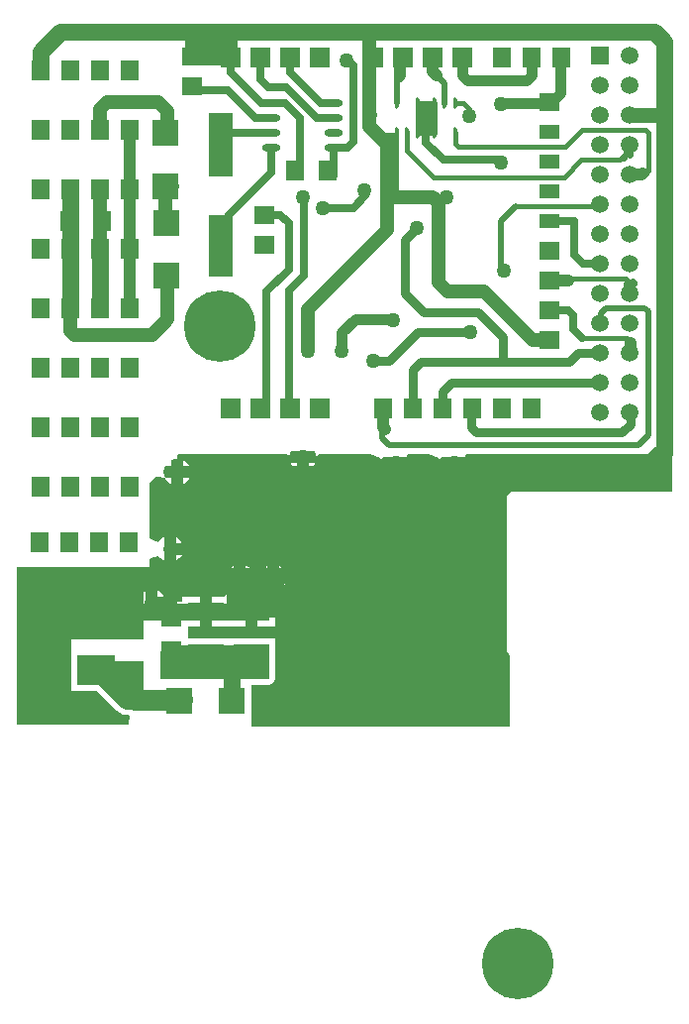
<source format=gbl>
G04 Layer_Physical_Order=2*
G04 Layer_Color=16711680*
%FSAX25Y25*%
%MOIN*%
G70*
G01*
G75*
%ADD13R,0.06299X0.07087*%
%ADD16O,0.01200X0.04000*%
%ADD18R,0.09055X0.09055*%
%ADD21R,0.07087X0.06299*%
%ADD23C,0.03500*%
%ADD24C,0.04000*%
%ADD25C,0.02500*%
%ADD26C,0.02000*%
%ADD27C,0.03000*%
%ADD28C,0.04500*%
%ADD29C,0.05500*%
%ADD30C,0.01500*%
%ADD31C,0.05000*%
%ADD42R,0.07000X0.06000*%
%ADD43R,0.07000X0.07000*%
%ADD44R,0.06000X0.07000*%
%ADD45R,0.12598X0.10000*%
%ADD46R,0.10000X0.10000*%
%ADD47C,0.04000*%
%ADD48R,0.07000X0.05000*%
%ADD49C,0.05906*%
%ADD50R,0.05906X0.05906*%
%ADD51C,0.05000*%
%ADD52C,0.24000*%
%ADD53R,0.12000X0.06000*%
%ADD54R,0.09055X0.09055*%
%ADD55R,0.08000X0.21000*%
%ADD56R,0.08000X0.21500*%
%ADD57O,0.06061X0.02362*%
%ADD58C,0.07000*%
%ADD59C,0.01700*%
%ADD60R,0.15200X0.11200*%
%ADD61R,0.07100X0.11400*%
%ADD62R,0.05300X0.23100*%
%ADD63R,0.19200X0.15000*%
%ADD64R,0.36500X0.09300*%
%ADD65R,0.28900X0.21500*%
G36*
X1660200Y1171600D02*
X1665651D01*
Y1156649D01*
X1612275D01*
X1611300Y1156455D01*
X1610473Y1155902D01*
X1609920Y1155075D01*
X1609726Y1154100D01*
Y1103800D01*
X1609920Y1102825D01*
X1610473Y1101998D01*
X1611000Y1101645D01*
Y1077600D01*
X1523886D01*
Y1079785D01*
X1523886D01*
Y1091661D01*
X1529800D01*
X1530580Y1091816D01*
X1531242Y1092258D01*
X1531684Y1092920D01*
X1531839Y1093700D01*
Y1103000D01*
X1531800Y1103197D01*
Y1107098D01*
X1502443D01*
X1502443Y1108438D01*
X1502443D01*
Y1109162D01*
X1502443Y1110559D01*
X1502443Y1110559D01*
X1502443Y1110559D01*
Y1111302D01*
X1506400D01*
Y1116301D01*
Y1121302D01*
X1500400D01*
Y1119461D01*
X1498900D01*
Y1114311D01*
X1494900D01*
Y1119461D01*
X1494805D01*
X1494839Y1119200D01*
X1494684Y1118025D01*
X1494343Y1117200D01*
X1490299D01*
Y1119199D01*
X1488300D01*
Y1123242D01*
X1488031Y1123131D01*
X1487091Y1122409D01*
X1486369Y1121469D01*
X1486283Y1121260D01*
X1484400D01*
Y1114259D01*
X1480400D01*
Y1121260D01*
X1477029D01*
X1476739Y1123099D01*
X1476584Y1121925D01*
X1476243Y1121100D01*
X1468157D01*
X1468052Y1121354D01*
X1467106Y1119938D01*
X1465701Y1118860D01*
X1463301D01*
Y1113860D01*
X1471601D01*
Y1109860D01*
X1463301D01*
Y1105681D01*
X1463301Y1105681D01*
X1463301Y1105681D01*
X1463301Y1104860D01*
Y1103560D01*
D01*
D01*
D01*
D01*
X1463301D01*
Y1089560D01*
X1471824D01*
X1478460Y1082925D01*
X1479452Y1082164D01*
X1480607Y1081685D01*
X1481847Y1081522D01*
X1482488D01*
X1483044Y1081291D01*
X1482459Y1078349D01*
X1444749D01*
Y1131100D01*
X1489700D01*
Y1133883D01*
X1490897Y1134379D01*
X1492541Y1134937D01*
X1493191Y1134091D01*
X1494131Y1133369D01*
X1494400Y1133258D01*
Y1137299D01*
Y1141342D01*
X1494131Y1141231D01*
X1493191Y1140509D01*
X1492541Y1139663D01*
X1490897Y1140221D01*
X1489700Y1140716D01*
Y1159600D01*
X1491648Y1161548D01*
X1492480Y1161657D01*
X1494819Y1161192D01*
X1494516Y1161925D01*
X1494361Y1163100D01*
X1494516Y1164275D01*
X1494857Y1165100D01*
X1496900D01*
Y1167143D01*
X1497725Y1167484D01*
X1498900Y1167639D01*
X1498765Y1168665D01*
X1499200Y1169100D01*
X1535784D01*
X1536661Y1168100D01*
X1536816Y1169275D01*
X1537157Y1170100D01*
X1545243D01*
X1545584Y1169275D01*
X1545739Y1168100D01*
X1546616Y1169100D01*
X1563851D01*
X1567176Y1167723D01*
X1567946Y1166845D01*
X1568016Y1167375D01*
X1568357Y1168200D01*
X1576442D01*
X1576331Y1168469D01*
X1576642Y1169100D01*
X1583551D01*
X1586876Y1167723D01*
X1587646Y1166845D01*
X1587716Y1167375D01*
X1588057Y1168200D01*
X1596142D01*
X1596031Y1168469D01*
X1596342Y1169100D01*
X1657300D01*
X1660000Y1171800D01*
X1660200Y1171600D01*
D02*
G37*
%LPC*%
G36*
X1533100Y1131542D02*
Y1129500D01*
X1535142D01*
X1535031Y1129769D01*
X1534309Y1130709D01*
X1533369Y1131431D01*
X1533100Y1131542D01*
D02*
G37*
G36*
X1527800Y1131642D02*
Y1127599D01*
X1523800D01*
Y1131642D01*
X1523531Y1131531D01*
X1522900Y1131047D01*
X1522269Y1131531D01*
X1522000Y1131642D01*
Y1127599D01*
X1520001D01*
Y1125600D01*
X1515958D01*
X1516069Y1125331D01*
X1516411Y1124885D01*
X1516169Y1124569D01*
X1516058Y1124300D01*
X1520101D01*
Y1120300D01*
X1516057D01*
X1515716Y1121125D01*
X1515561Y1122300D01*
X1514686Y1121302D01*
X1510400D01*
Y1116301D01*
Y1111302D01*
X1521800D01*
Y1116303D01*
X1523799D01*
Y1118302D01*
X1529000D01*
Y1122101D01*
X1530999D01*
Y1124100D01*
X1535042D01*
X1534931Y1124369D01*
X1534650Y1124735D01*
X1535031Y1125231D01*
X1535142Y1125500D01*
X1531099D01*
Y1127499D01*
X1529100D01*
Y1131542D01*
X1528831Y1131431D01*
X1528515Y1131189D01*
X1528069Y1131531D01*
X1527800Y1131642D01*
D02*
G37*
G36*
X1500442Y1135300D02*
X1498400D01*
Y1133258D01*
X1498669Y1133369D01*
X1499609Y1134091D01*
X1500331Y1135031D01*
X1500442Y1135300D01*
D02*
G37*
G36*
X1518000Y1131642D02*
X1517731Y1131531D01*
X1516791Y1130809D01*
X1516069Y1129869D01*
X1515958Y1129600D01*
X1518000D01*
Y1131642D01*
D02*
G37*
G36*
X1474200Y1127142D02*
Y1125100D01*
X1476242D01*
X1476131Y1125369D01*
X1475409Y1126309D01*
X1474469Y1127031D01*
X1474200Y1127142D01*
D02*
G37*
G36*
X1535042Y1120100D02*
X1533000D01*
Y1118058D01*
X1533269Y1118169D01*
X1534209Y1118891D01*
X1534931Y1119831D01*
X1535042Y1120100D01*
D02*
G37*
G36*
X1531800Y1114302D02*
X1525800D01*
Y1111302D01*
X1531800D01*
Y1114302D01*
D02*
G37*
G36*
X1470200Y1127142D02*
X1469931Y1127031D01*
X1468991Y1126309D01*
X1468269Y1125369D01*
X1468158Y1125100D01*
X1470200D01*
Y1127142D01*
D02*
G37*
G36*
X1492300Y1123242D02*
Y1121200D01*
X1494342D01*
X1494231Y1121469D01*
X1493509Y1122409D01*
X1492569Y1123131D01*
X1492300Y1123242D01*
D02*
G37*
G36*
X1498400Y1141342D02*
Y1139300D01*
X1500442D01*
X1500331Y1139569D01*
X1499609Y1140509D01*
X1498669Y1141231D01*
X1498400Y1141342D01*
D02*
G37*
G36*
X1539200Y1166100D02*
X1537158D01*
X1537269Y1165831D01*
X1537991Y1164891D01*
X1538931Y1164169D01*
X1539200Y1164058D01*
Y1166100D01*
D02*
G37*
G36*
X1596142Y1164200D02*
X1594100D01*
Y1162158D01*
X1594369Y1162269D01*
X1595309Y1162991D01*
X1596031Y1163931D01*
X1596142Y1164200D01*
D02*
G37*
G36*
X1500900Y1167142D02*
Y1165100D01*
X1502942D01*
X1502831Y1165369D01*
X1502109Y1166309D01*
X1501169Y1167031D01*
X1500900Y1167142D01*
D02*
G37*
G36*
X1545242Y1166100D02*
X1543200D01*
Y1164058D01*
X1543469Y1164169D01*
X1544409Y1164891D01*
X1545131Y1165831D01*
X1545242Y1166100D01*
D02*
G37*
G36*
X1590100Y1164200D02*
X1588058D01*
X1588169Y1163931D01*
X1588891Y1162991D01*
X1589831Y1162269D01*
X1590100Y1162158D01*
Y1164200D01*
D02*
G37*
G36*
X1502942Y1161100D02*
X1500900D01*
Y1159058D01*
X1501169Y1159169D01*
X1502109Y1159891D01*
X1502831Y1160831D01*
X1502942Y1161100D01*
D02*
G37*
G36*
X1496900D02*
X1494858D01*
X1494969Y1160831D01*
X1495691Y1159891D01*
X1496631Y1159169D01*
X1496900Y1159058D01*
Y1161100D01*
D02*
G37*
G36*
X1576442Y1164200D02*
X1574400D01*
Y1162158D01*
X1574669Y1162269D01*
X1575609Y1162991D01*
X1576331Y1163931D01*
X1576442Y1164200D01*
D02*
G37*
G36*
X1570400D02*
X1568358D01*
X1568469Y1163931D01*
X1569191Y1162991D01*
X1570131Y1162269D01*
X1570400Y1162158D01*
Y1164200D01*
D02*
G37*
%LPD*%
D13*
X1462588Y1247700D02*
D03*
X1473612D02*
D03*
X1538588Y1264500D02*
D03*
X1549612D02*
D03*
D16*
X1585400Y1287100D02*
D03*
X1588900D02*
D03*
X1592400D02*
D03*
Y1277200D02*
D03*
X1585400D02*
D03*
X1579800Y1287100D02*
D03*
X1572800D02*
D03*
Y1277200D02*
D03*
X1576300D02*
D03*
X1579800D02*
D03*
D18*
X1499642Y1086313D02*
D03*
X1517358D02*
D03*
D21*
X1496900Y1114312D02*
D03*
Y1103288D02*
D03*
D23*
X1570900Y1214100D02*
X1571700D01*
X1570600Y1214400D02*
X1570900Y1214100D01*
X1570600Y1214400D02*
Y1214500D01*
X1570400Y1214700D02*
X1570600Y1214500D01*
X1558900Y1214700D02*
X1570400D01*
X1554300Y1210100D02*
X1558900Y1214700D01*
X1554300Y1204200D02*
Y1210100D01*
X1618300Y1296700D02*
Y1302700D01*
X1616600Y1295000D02*
X1618300Y1296700D01*
X1596600Y1295000D02*
X1616600D01*
X1594990Y1296610D02*
X1596600Y1295000D01*
X1594990Y1296610D02*
Y1302610D01*
X1628000Y1290700D02*
Y1300900D01*
X1607700Y1286700D02*
X1608100Y1287100D01*
X1624400D01*
X1628000Y1290700D01*
X1554000Y1203900D02*
X1554300Y1204200D01*
D24*
X1482900Y1258100D02*
Y1278100D01*
Y1218100D02*
Y1238100D01*
Y1258100D01*
X1651400Y1263300D02*
X1655300D01*
X1655400Y1263400D01*
X1624300Y1227500D02*
X1630300D01*
X1630400Y1227400D01*
X1584990Y1297810D02*
X1586100Y1296700D01*
X1584990Y1297810D02*
Y1297910D01*
Y1302610D01*
X1568200Y1178300D02*
Y1184500D01*
Y1178300D02*
X1568800Y1177700D01*
X1651400Y1203300D02*
Y1206500D01*
D25*
X1561800Y1257800D02*
X1562300D01*
X1558100Y1252000D02*
X1562300Y1256200D01*
X1528300Y1249600D02*
X1533600D01*
X1536400Y1246800D01*
Y1231300D02*
Y1246800D01*
X1528900Y1223800D02*
X1536400Y1231300D01*
X1528900Y1186620D02*
Y1223800D01*
X1526890Y1184610D02*
X1528900Y1186620D01*
X1536400Y1224100D02*
X1541600Y1229300D01*
X1536400Y1184700D02*
Y1224100D01*
X1548000Y1252000D02*
X1558100D01*
X1530500Y1263900D02*
Y1272300D01*
X1516200Y1249600D02*
X1530500Y1263900D01*
X1535700Y1292500D02*
X1545900Y1282300D01*
X1529700Y1292500D02*
X1535700D01*
X1526990Y1295210D02*
X1529700Y1292500D01*
X1526990Y1295210D02*
Y1301610D01*
X1547100Y1287300D02*
X1551500D01*
X1536990Y1297410D02*
X1547100Y1287300D01*
X1536990Y1297410D02*
Y1301610D01*
X1551500Y1272300D02*
X1556300D01*
X1558100Y1274100D01*
Y1299800D01*
X1556200Y1301700D02*
X1558100Y1299800D01*
X1555800Y1301700D02*
X1556200D01*
X1530500Y1287300D02*
X1535200D01*
X1527300D02*
X1530500D01*
X1535200D02*
X1540188Y1282312D01*
X1525300Y1282300D02*
X1530500D01*
X1516000Y1291600D02*
X1525300Y1282300D01*
X1516990Y1297610D02*
X1527300Y1287300D01*
X1516990Y1297610D02*
Y1301610D01*
X1516200Y1276300D02*
X1517200Y1277300D01*
X1530500D01*
X1632700Y1236200D02*
X1635600Y1233300D01*
X1582600Y1274000D02*
Y1277200D01*
Y1274000D02*
X1588500Y1268100D01*
X1607600D01*
X1630400Y1217600D02*
X1632200Y1215800D01*
Y1211200D02*
Y1215800D01*
X1624400Y1217600D02*
X1630400D01*
X1632200Y1211200D02*
X1635200Y1208200D01*
X1632400Y1247700D02*
X1632700Y1247400D01*
Y1236200D02*
Y1247400D01*
X1545900Y1282300D02*
X1551500D01*
X1552100D01*
X1516200Y1237100D02*
Y1249600D01*
Y1271100D02*
Y1276300D01*
X1503900Y1291600D02*
X1516000D01*
X1635600Y1233300D02*
X1641200D01*
X1641400D01*
X1624200Y1247700D02*
X1632400D01*
X1551212Y1262500D02*
X1551500Y1262788D01*
Y1272300D01*
X1540188Y1262500D02*
Y1282312D01*
X1541600Y1229300D02*
Y1255800D01*
X1562300Y1256200D02*
Y1257800D01*
D26*
X1572800Y1287100D02*
Y1299420D01*
X1608000Y1232000D02*
Y1247600D01*
X1612900Y1252500D01*
X1641400Y1216600D02*
X1643100Y1218300D01*
X1645935D01*
X1645983Y1218347D01*
X1646817D01*
X1655983D02*
X1656253D01*
X1657500Y1217100D01*
Y1175500D02*
Y1217100D01*
X1654200Y1172200D02*
X1657500Y1175500D01*
X1570300Y1172200D02*
X1654200D01*
X1568000Y1174500D02*
X1570300Y1172200D01*
X1646817Y1218347D02*
X1646865Y1218300D01*
X1655935D01*
X1655983Y1218347D01*
X1588900Y1287000D02*
Y1287100D01*
Y1294000D01*
X1584990Y1297910D02*
X1588900Y1294000D01*
X1573600Y1294900D02*
X1574990Y1296290D01*
X1573600Y1294900D02*
Y1300200D01*
X1574000Y1300600D01*
X1572800Y1299420D02*
X1574990Y1301610D01*
Y1296290D02*
Y1301610D01*
Y1302610D01*
X1568000Y1174500D02*
Y1184400D01*
X1651400Y1263300D02*
Y1264000D01*
X1641400Y1213300D02*
Y1216600D01*
X1640600Y1252500D02*
X1641400Y1253300D01*
D27*
X1575700Y1241200D02*
X1579700Y1245200D01*
X1575700Y1223200D02*
Y1241200D01*
X1648600Y1176500D02*
X1651400Y1179300D01*
X1599600Y1176500D02*
X1648600D01*
X1597900Y1178200D02*
X1599600Y1176500D01*
X1597900Y1178200D02*
Y1184300D01*
X1588300Y1190300D02*
X1591300Y1193300D01*
X1588300Y1184700D02*
Y1190300D01*
X1578300Y1197400D02*
X1581000Y1200100D01*
X1630800D01*
X1634000Y1203300D01*
X1575700Y1223200D02*
X1581900Y1217000D01*
X1600200D01*
X1608600Y1208600D01*
Y1200300D02*
Y1208600D01*
X1564900Y1200500D02*
X1570300D01*
X1580000Y1210200D01*
X1596200D01*
X1634000Y1203300D02*
X1641200D01*
X1641400D01*
X1591300Y1193300D02*
X1641200D01*
X1641400D01*
X1651400Y1179300D02*
Y1183300D01*
X1578300Y1184400D02*
Y1197400D01*
D28*
X1569400Y1244600D02*
Y1273400D01*
X1542800Y1218000D02*
X1569400Y1244600D01*
X1563700Y1279100D02*
X1569400Y1273400D01*
X1586800Y1227000D02*
Y1253800D01*
X1585000Y1255600D02*
X1586800Y1253800D01*
X1492500Y1287500D02*
X1495600Y1284400D01*
X1475200Y1287500D02*
X1492500D01*
X1472900Y1285200D02*
X1475200Y1287500D01*
X1472900Y1278100D02*
Y1285200D01*
X1495600Y1214400D02*
Y1228600D01*
X1490400Y1209200D02*
X1495600Y1214400D01*
X1464100Y1209200D02*
X1490400D01*
X1462900Y1210400D02*
X1464100Y1209200D01*
X1462900Y1210400D02*
Y1218100D01*
X1563700Y1283500D02*
X1564000Y1283200D01*
X1570100Y1255600D02*
X1585000D01*
X1586800Y1227000D02*
X1589800Y1224000D01*
X1602200D01*
X1618700Y1207500D01*
X1503900Y1302800D02*
Y1303000D01*
Y1310300D01*
X1516990Y1301610D02*
Y1302610D01*
Y1309790D01*
X1618700Y1207500D02*
X1624300D01*
X1624400D01*
X1472900Y1238100D02*
Y1258100D01*
X1495600Y1276900D02*
Y1284400D01*
X1494900Y1249071D02*
Y1257154D01*
Y1249071D02*
X1497213Y1246758D01*
X1494900Y1257154D02*
X1497087Y1259342D01*
X1542800Y1204000D02*
Y1218000D01*
Y1204000D02*
X1543000Y1203800D01*
X1563700Y1279100D02*
Y1283500D01*
Y1309600D01*
D29*
X1459400Y1311100D02*
X1659600D01*
X1662900Y1307800D01*
Y1169600D02*
Y1307800D01*
X1525800Y1127600D02*
Y1151100D01*
X1537400Y1162700D01*
X1656000D02*
X1662900Y1169600D01*
X1452900Y1304600D02*
X1459400Y1311100D01*
X1452900Y1298100D02*
Y1304600D01*
X1508400Y1116302D02*
X1523800D01*
X1481847Y1086313D02*
X1499642D01*
X1508400Y1102098D02*
X1523800D01*
X1517358Y1086313D02*
Y1101739D01*
X1498091Y1102098D02*
X1508400D01*
X1496900Y1103288D02*
X1498091Y1102098D01*
X1471600Y1111860D02*
X1476042Y1116302D01*
X1462900Y1218100D02*
Y1238100D01*
X1472900Y1218100D02*
Y1238100D01*
X1452758Y1257958D02*
X1452900Y1258100D01*
X1471600Y1096560D02*
X1481847Y1086313D01*
X1462900Y1238100D02*
Y1258100D01*
X1476042Y1116302D02*
X1508400D01*
X1537400Y1162700D02*
X1656000D01*
D30*
X1592400Y1287100D02*
X1595300D01*
X1582600Y1277200D02*
X1585400D01*
X1579800D02*
X1582600D01*
X1585400D02*
Y1287100D01*
X1579800D02*
X1585400D01*
X1597200Y1282900D02*
Y1285200D01*
X1595300Y1287100D02*
X1597200Y1285200D01*
X1624300Y1227500D02*
X1625100Y1228300D01*
X1635000Y1268100D02*
X1647900D01*
X1576300Y1271100D02*
X1585100Y1262300D01*
X1576300Y1271100D02*
Y1277200D01*
Y1277400D01*
X1592400Y1273600D02*
Y1277200D01*
Y1273600D02*
X1593500Y1272500D01*
X1635250Y1278050D02*
X1656650D01*
X1657600Y1277100D01*
Y1264500D02*
Y1277100D01*
X1656400Y1263300D02*
X1657600Y1264500D01*
X1650200Y1208200D02*
X1651400Y1207000D01*
X1635200Y1208200D02*
X1650200D01*
X1652800Y1226400D02*
Y1226800D01*
X1652100Y1227500D02*
X1652800Y1226800D01*
X1650000Y1226400D02*
X1651000D01*
X1650000Y1226200D02*
Y1226400D01*
X1649800Y1226000D02*
X1650000Y1226200D01*
X1649800Y1225800D02*
Y1226000D01*
X1650000Y1228300D02*
X1651400Y1226900D01*
Y1226800D02*
Y1226900D01*
X1651000Y1226400D02*
X1651400Y1226800D01*
X1652100Y1227500D01*
X1651400Y1225000D02*
X1652800Y1226400D01*
X1651100Y1269500D02*
X1651600Y1270000D01*
X1651100Y1269500D02*
Y1270800D01*
X1649100Y1268500D02*
X1650000Y1269400D01*
X1649600Y1269800D02*
X1650000Y1269400D01*
X1651400Y1270200D02*
X1651600Y1270000D01*
X1650000Y1269400D02*
Y1270900D01*
X1647900Y1268100D02*
X1649600Y1269800D01*
X1650000Y1270900D02*
X1650500Y1271400D01*
X1650600Y1271500D01*
X1650500Y1271400D02*
X1651100Y1270800D01*
X1655300Y1263300D02*
X1656400D01*
X1651400Y1206500D02*
Y1207000D01*
X1625100Y1228300D02*
X1650000D01*
X1629200Y1262300D02*
X1635000Y1268100D01*
X1585100Y1262300D02*
X1629200D01*
X1629700Y1272500D02*
X1635250Y1278050D01*
X1593500Y1272500D02*
X1629700D01*
X1651400Y1223300D02*
Y1225000D01*
Y1270200D02*
Y1273300D01*
D31*
Y1283300D02*
X1662600D01*
D42*
X1528300Y1239600D02*
D03*
Y1249600D02*
D03*
X1503900Y1293000D02*
D03*
Y1303000D02*
D03*
X1624300Y1207500D02*
D03*
Y1287500D02*
D03*
Y1237500D02*
D03*
Y1227500D02*
D03*
Y1217500D02*
D03*
D43*
X1516890Y1184610D02*
D03*
X1526890D02*
D03*
X1536890D02*
D03*
X1546890D02*
D03*
X1516990Y1302610D02*
D03*
X1526990D02*
D03*
X1536990D02*
D03*
X1546990D02*
D03*
X1594990D02*
D03*
X1584990D02*
D03*
X1574990D02*
D03*
X1564990D02*
D03*
D44*
X1628300Y1302700D02*
D03*
X1618300D02*
D03*
X1608300D02*
D03*
X1618200Y1184500D02*
D03*
X1608200D02*
D03*
X1598200D02*
D03*
X1588200D02*
D03*
X1578200D02*
D03*
X1568200D02*
D03*
X1452900Y1158100D02*
D03*
X1462900D02*
D03*
X1472900D02*
D03*
X1482900D02*
D03*
Y1198100D02*
D03*
X1472900D02*
D03*
X1462900D02*
D03*
X1452900D02*
D03*
X1482900Y1238100D02*
D03*
X1472900D02*
D03*
X1462900D02*
D03*
X1452900D02*
D03*
X1482900Y1278100D02*
D03*
X1472900D02*
D03*
X1462900D02*
D03*
X1452900D02*
D03*
X1482900Y1298100D02*
D03*
X1472900D02*
D03*
X1462900D02*
D03*
X1452900D02*
D03*
X1482900Y1178100D02*
D03*
X1472900D02*
D03*
X1462900D02*
D03*
X1452900D02*
D03*
X1482900Y1218100D02*
D03*
X1472900D02*
D03*
X1462900D02*
D03*
X1452900D02*
D03*
X1482900Y1258100D02*
D03*
X1472900D02*
D03*
X1462900D02*
D03*
X1452900D02*
D03*
X1482500Y1139500D02*
D03*
X1472500D02*
D03*
X1462500D02*
D03*
X1452500D02*
D03*
D45*
X1471600Y1111860D02*
D03*
Y1096560D02*
D03*
D46*
X1482400Y1114260D02*
D03*
Y1094460D02*
D03*
D47*
X1506830Y1206140D02*
D03*
X1519530Y1206340D02*
D03*
X1506830Y1218340D02*
D03*
X1519530Y1218440D02*
D03*
X1513130Y1203340D02*
D03*
X1522030Y1212140D02*
D03*
X1513530Y1221140D02*
D03*
X1504130Y1211940D02*
D03*
X1604530Y0997440D02*
D03*
X1613930Y1006640D02*
D03*
X1622430Y0997640D02*
D03*
X1613530Y0988840D02*
D03*
X1619930Y1003940D02*
D03*
X1607230Y1003840D02*
D03*
X1619930Y0991840D02*
D03*
X1607230Y0991640D02*
D03*
D48*
X1624300Y1277500D02*
D03*
Y1267500D02*
D03*
Y1257500D02*
D03*
Y1247500D02*
D03*
D49*
X1651200Y1183300D02*
D03*
X1641200D02*
D03*
X1651200Y1193300D02*
D03*
X1641200D02*
D03*
X1651200Y1203300D02*
D03*
X1641200D02*
D03*
X1651200Y1213300D02*
D03*
X1641200D02*
D03*
X1651200Y1223300D02*
D03*
X1641200D02*
D03*
X1651200Y1233300D02*
D03*
X1641200D02*
D03*
X1651200Y1243300D02*
D03*
X1641200D02*
D03*
X1651200Y1253300D02*
D03*
X1641200D02*
D03*
X1651200Y1263300D02*
D03*
X1641200D02*
D03*
X1651200Y1273300D02*
D03*
X1641200D02*
D03*
X1651200Y1283300D02*
D03*
X1641200D02*
D03*
X1651200Y1293300D02*
D03*
X1641200D02*
D03*
X1651200Y1303300D02*
D03*
D50*
X1641200D02*
D03*
D51*
X1561800Y1257800D02*
D03*
X1541100Y1255500D02*
D03*
X1554300Y1204000D02*
D03*
X1542900D02*
D03*
X1571700Y1214100D02*
D03*
X1548000Y1252000D02*
D03*
X1589500Y1255400D02*
D03*
X1579700Y1245200D02*
D03*
X1597200Y1282900D02*
D03*
X1555800Y1301700D02*
D03*
X1608900Y1230900D02*
D03*
X1597600Y1210300D02*
D03*
X1495000Y1253200D02*
D03*
Y1258500D02*
D03*
X1564900Y1200500D02*
D03*
X1520000Y1127600D02*
D03*
X1520100Y1122300D02*
D03*
X1525800Y1127600D02*
D03*
X1531000Y1122100D02*
D03*
X1531100Y1127500D02*
D03*
X1525600Y1122300D02*
D03*
X1564000Y1283200D02*
D03*
X1524700Y1102400D02*
D03*
X1524600Y1097100D02*
D03*
X1607800Y1286900D02*
D03*
Y1267200D02*
D03*
X1572400Y1166200D02*
D03*
X1541200Y1168100D02*
D03*
X1498900Y1163100D02*
D03*
X1496400Y1137300D02*
D03*
X1592100Y1166200D02*
D03*
X1472200Y1123100D02*
D03*
X1490300Y1119200D02*
D03*
X1553700Y1115000D02*
D03*
X1544500Y1124500D02*
D03*
D52*
X1513094Y1212306D02*
D03*
X1613487Y0997739D02*
D03*
D53*
X1523800Y1102098D02*
D03*
Y1116302D02*
D03*
X1508400Y1102098D02*
D03*
Y1116302D02*
D03*
D54*
X1494987Y1259342D02*
D03*
Y1277058D02*
D03*
X1495213Y1246758D02*
D03*
Y1229042D02*
D03*
D55*
X1513400Y1239300D02*
D03*
D56*
Y1273300D02*
D03*
D57*
X1551500Y1282300D02*
D03*
Y1287300D02*
D03*
Y1277300D02*
D03*
Y1272300D02*
D03*
X1530500Y1287300D02*
D03*
Y1282300D02*
D03*
Y1277300D02*
D03*
Y1272300D02*
D03*
D58*
X1471600Y1096560D02*
X1474640D01*
X1500400Y1086600D02*
X1500700Y1086900D01*
X1474640Y1096560D02*
X1484600Y1086600D01*
X1500400D01*
D59*
X1612900Y1252500D02*
X1640600D01*
D60*
X1510700Y1305500D02*
D03*
D61*
X1582550Y1282100D02*
D03*
D62*
X1570950Y1265750D02*
D03*
D63*
X1525300Y1123600D02*
D03*
D64*
X1511550Y1098350D02*
D03*
D65*
X1473350Y1117650D02*
D03*
M02*

</source>
